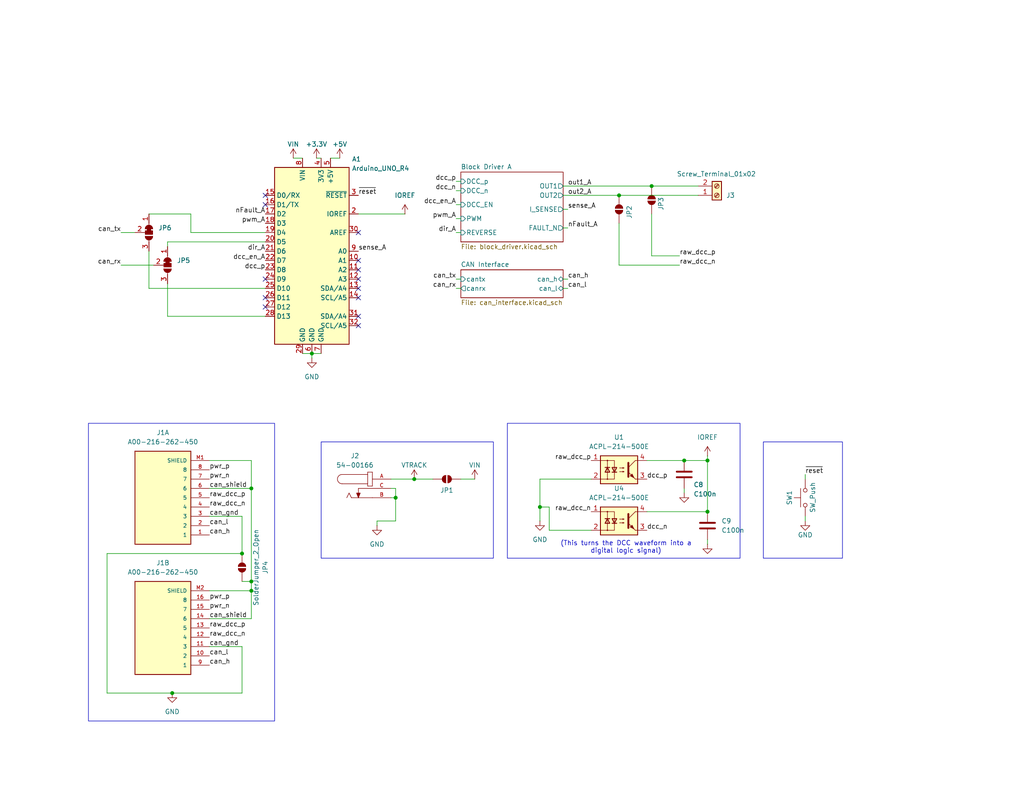
<source format=kicad_sch>
(kicad_sch (version 20231120) (generator "eeschema") (generator_version "8.0")
  (paper "USLetter")
  (title_block (title "Arduino Uno R4 LCC Shield") (date "2024-04-28") (rev "1.0") (company "TMRC") (comment 1 "Noah Paladino"))
  (lib_symbols
    (symbol "54-00166:54-00166" (pin_names (offset 1.016))
      (property "Reference" "J" (at -7.62 5.08 0))
      (property "Value" "54-00166" (at -7.62 -5.08 0))
      (symbol "54-00166_0_0"
        (arc (start -8.255 3.81) (mid -9.5194 2.54) (end -8.255 1.27) (stroke (width 0.1524)))
        (polyline (pts (xy -8.255 3.81) (xy -1.27 3.81)) (stroke (width 0.1524)))
        (polyline (pts (xy -6.35 -1.27) (xy -6.985 -2.54)) (stroke (width 0.1524)))
        (polyline (pts (xy -5.715 -2.54) (xy -6.35 -1.27)) (stroke (width 0.1524)))
        (polyline (pts (xy -3.81 0) (xy -3.81 -2.54)) (stroke (width 0.1524)))
        (polyline (pts (xy -1.27 0.635) (xy 0 0.635)) (stroke (width 0.1524)))
        (polyline (pts (xy -1.27 1.27) (xy -8.255 1.27)) (stroke (width 0.1524)))
        (polyline (pts (xy -1.27 1.27) (xy -1.27 0.635)) (stroke (width 0.1524)))
        (polyline (pts (xy -1.27 3.81) (xy -1.27 1.27)) (stroke (width 0.1524)))
        (polyline (pts (xy -1.27 4.445) (xy -1.27 3.81)) (stroke (width 0.1524)))
        (polyline (pts (xy 0 -2.54) (xy -5.715 -2.54)) (stroke (width 0.1524)))
        (polyline (pts (xy 0 0) (xy -3.81 0)) (stroke (width 0.1524)))
        (polyline (pts (xy 0 0.635) (xy 0 4.445)) (stroke (width 0.1524)))
        (polyline (pts (xy 0 4.445) (xy -1.27 4.445)) (stroke (width 0.1524)))
        (polyline (pts (xy -3.81 -2.54) (xy -4.318 -1.27) (xy -3.302 -1.27) (xy -3.81 -2.54)) (stroke (width 0.1524)) (fill (type outline)))
        (pin passive line (at 5.08 2.54 180) (length 5.08) (name "~") (number "A"))
        (pin passive line (at 5.08 -2.54 180) (length 5.08) (name "~") (number "B"))
        (pin passive line (at 5.08 0 180) (length 5.08) (name "~") (number "C"))
      )
    )
    (symbol "A00-216-262-450:A00-216-262-450" (pin_names (offset 1.016))
      (property "Reference" "J" (at -7.3764 13.481 0))
      (property "Value" "A00-216-262-450" (at -7.1139 -14.7359 0))
      (symbol "A00-216-262-450_1_0"
        (rectangle (start -7.62 -12.7) (end 7.62 12.7) (stroke (width 0.254)) (fill (type background)))
        (pin passive line (at -12.7 10.16 0) (length 5.08) (name "1") (number "1"))
        (pin passive line (at -12.7 7.62 0) (length 5.08) (name "2") (number "2"))
        (pin passive line (at -12.7 5.08 0) (length 5.08) (name "3") (number "3"))
        (pin passive line (at -12.7 2.54 0) (length 5.08) (name "4") (number "4"))
        (pin passive line (at -12.7 0 0) (length 5.08) (name "5") (number "5"))
        (pin passive line (at -12.7 -2.54 0) (length 5.08) (name "6") (number "6"))
        (pin passive line (at -12.7 -5.08 0) (length 5.08) (name "7") (number "7"))
        (pin passive line (at -12.7 -7.62 0) (length 5.08) (name "8") (number "8"))
        (pin passive line (at -12.7 -10.16 0) (length 5.08) (name "SHIELD") (number "M1"))
      )
      (symbol "A00-216-262-450_2_0"
        (rectangle (start -7.62 -12.7) (end 7.62 12.7) (stroke (width 0.254)) (fill (type background)))
        (pin passive line (at -12.7 7.62 0) (length 5.08) (name "2") (number "10"))
        (pin passive line (at -12.7 5.08 0) (length 5.08) (name "3") (number "11"))
        (pin passive line (at -12.7 2.54 0) (length 5.08) (name "4") (number "12"))
        (pin passive line (at -12.7 0 0) (length 5.08) (name "5") (number "13"))
        (pin passive line (at -12.7 -2.54 0) (length 5.08) (name "6") (number "14"))
        (pin passive line (at -12.7 -5.08 0) (length 5.08) (name "7") (number "15"))
        (pin passive line (at -12.7 -7.62 0) (length 5.08) (name "8") (number "16"))
        (pin passive line (at -12.7 10.16 0) (length 5.08) (name "1") (number "9"))
        (pin passive line (at -12.7 -10.16 0) (length 5.08) (name "SHIELD") (number "M2"))
      )
    )
    (symbol "Connector:Screw_Terminal_01x02" (pin_names (offset 1.016) hide)
      (property "Reference" "J" (at 0 2.54 0))
      (property "Value" "Screw_Terminal_01x02" (at 0 -5.08 0))
      (symbol "Screw_Terminal_01x02_1_1"
        (rectangle (start -1.27 1.27) (end 1.27 -3.81) (stroke (width 0.254)) (fill (type background)))
        (circle (center 0 -2.54) (radius 0.635) (stroke (width 0.1524)))
        (polyline (pts (xy -0.5334 -2.2098) (xy 0.3302 -3.048)) (stroke (width 0.1524)))
        (polyline (pts (xy -0.5334 0.3302) (xy 0.3302 -0.508)) (stroke (width 0.1524)))
        (polyline (pts (xy -0.3556 -2.032) (xy 0.508 -2.8702)) (stroke (width 0.1524)))
        (polyline (pts (xy -0.3556 0.508) (xy 0.508 -0.3302)) (stroke (width 0.1524)))
        (circle (center 0 0) (radius 0.635) (stroke (width 0.1524)))
        (pin passive line (at -5.08 0 0) (length 3.81) (name "Pin_1") (number "1"))
        (pin passive line (at -5.08 -2.54 0) (length 3.81) (name "Pin_2") (number "2"))
      )
    )
    (symbol "Device:C" (pin_numbers hide) (pin_names (offset 0.254))
      (property "Reference" "C" (at 0.635 2.54 0))
      (property "Value" "C" (at 0.635 -2.54 0))
      (symbol "C_0_1"
        (polyline (pts (xy -2.032 -0.762) (xy 2.032 -0.762)) (stroke (width 0.508)))
        (polyline (pts (xy -2.032 0.762) (xy 2.032 0.762)) (stroke (width 0.508)))
      )
      (symbol "C_1_1"
        (pin passive line (at 0 3.81 270) (length 2.794) (name "~") (number "1"))
        (pin passive line (at 0 -3.81 90) (length 2.794) (name "~") (number "2"))
      )
    )
    (symbol "Isolator:ACPL-214-500E" (pin_names (offset 1.016))
      (property "Reference" "U" (at -5.08 5.08 0))
      (property "Value" "ACPL-214-500E" (at 0 5.08 0))
      (symbol "ACPL-214-500E_0_1"
        (rectangle (start -5.08 3.81) (end 5.08 -3.81) (stroke (width 0.254)) (fill (type background)))
        (circle (center -3.175 -2.54) (radius 0.127))
        (circle (center -3.175 2.54) (radius 0.127))
        (polyline (pts (xy -3.81 0.635) (xy -2.54 0.635)) (stroke (width 0.254)))
        (polyline (pts (xy -3.175 -0.635) (xy -3.175 -2.54)))
        (polyline (pts (xy -3.175 -0.635) (xy -3.175 2.54)))
        (polyline (pts (xy -1.905 -0.635) (xy -0.635 -0.635)) (stroke (width 0.254)))
        (polyline (pts (xy 2.54 0.635) (xy 4.445 2.54)))
        (polyline (pts (xy 4.445 -2.54) (xy 2.54 -0.635)) (fill (type outline)))
        (polyline (pts (xy 4.445 -2.54) (xy 5.08 -2.54)))
        (polyline (pts (xy 4.445 2.54) (xy 5.08 2.54)))
        (polyline (pts (xy -5.08 2.54) (xy -1.27 2.54) (xy -1.27 -0.635)))
        (polyline (pts (xy -1.27 -0.635) (xy -1.27 -2.54) (xy -5.08 -2.54)))
        (polyline (pts (xy 2.54 1.905) (xy 2.54 -1.905) (xy 2.54 -1.905)) (stroke (width 0.508)))
        (polyline (pts (xy -3.175 0.635) (xy -3.81 -0.635) (xy -2.54 -0.635) (xy -3.175 0.635)) (stroke (width 0.254)))
        (polyline (pts (xy -1.27 -0.635) (xy -1.905 0.635) (xy -0.635 0.635) (xy -1.27 -0.635)) (stroke (width 0.254)))
        (polyline (pts (xy 0.127 -0.508) (xy 1.397 -0.508) (xy 1.016 -0.635) (xy 1.016 -0.381) (xy 1.397 -0.508)))
        (polyline (pts (xy 0.127 0.508) (xy 1.397 0.508) (xy 1.016 0.381) (xy 1.016 0.635) (xy 1.397 0.508)))
        (polyline (pts (xy 3.048 -1.651) (xy 3.556 -1.143) (xy 4.064 -2.159) (xy 3.048 -1.651) (xy 3.048 -1.651)) (fill (type outline)))
      )
      (symbol "ACPL-214-500E_1_1"
        (pin passive line (at -7.62 2.54 0) (length 2.54) (name "~") (number "1"))
        (pin passive line (at -7.62 -2.54 0) (length 2.54) (name "~") (number "2"))
        (pin passive line (at 7.62 -2.54 180) (length 2.54) (name "~") (number "3"))
        (pin passive line (at 7.62 2.54 180) (length 2.54) (name "~") (number "4"))
      )
    )
    (symbol "Jumper:SolderJumper_2_Open" (pin_numbers hide) (pin_names (offset 0) hide) (exclude_from_sim yes) (in_bom no)
      (property "Reference" "JP" (at 0 2.032 0))
      (property "Value" "SolderJumper_2_Open" (at 0 -2.54 0))
      (symbol "SolderJumper_2_Open_0_1"
        (arc (start -0.254 1.016) (mid -1.2656 0) (end -0.254 -1.016))
        (arc (start -0.254 1.016) (mid -1.2656 0) (end -0.254 -1.016) (fill (type outline)))
        (polyline (pts (xy -0.254 1.016) (xy -0.254 -1.016)))
        (polyline (pts (xy 0.254 1.016) (xy 0.254 -1.016)))
        (arc (start 0.254 -1.016) (mid 1.2656 0) (end 0.254 1.016))
        (arc (start 0.254 -1.016) (mid 1.2656 0) (end 0.254 1.016) (fill (type outline)))
      )
      (symbol "SolderJumper_2_Open_1_1"
        (pin passive line (at -3.81 0 0) (length 2.54) (name "A") (number "1"))
        (pin passive line (at 3.81 0 180) (length 2.54) (name "B") (number "2"))
      )
    )
    (symbol "Jumper:SolderJumper_3_Bridged12" (pin_names (offset 0) hide) (exclude_from_sim yes) (in_bom no)
      (property "Reference" "JP" (at -2.54 -2.54 0))
      (property "Value" "SolderJumper_3_Bridged12" (at 0 2.794 0))
      (symbol "SolderJumper_3_Bridged12_0_1"
        (rectangle (start -1.016 0.508) (end -0.508 -0.508) (fill (type outline)))
        (arc (start -1.016 1.016) (mid -2.0276 0) (end -1.016 -1.016))
        (arc (start -1.016 1.016) (mid -2.0276 0) (end -1.016 -1.016) (fill (type outline)))
        (rectangle (start -0.508 1.016) (end 0.508 -1.016) (fill (type outline)))
        (polyline (pts (xy -2.54 0) (xy -2.032 0)))
        (polyline (pts (xy -1.016 1.016) (xy -1.016 -1.016)))
        (polyline (pts (xy 0 -1.27) (xy 0 -1.016)))
        (polyline (pts (xy 1.016 1.016) (xy 1.016 -1.016)))
        (polyline (pts (xy 2.54 0) (xy 2.032 0)))
        (arc (start 1.016 -1.016) (mid 2.0276 0) (end 1.016 1.016))
        (arc (start 1.016 -1.016) (mid 2.0276 0) (end 1.016 1.016) (fill (type outline)))
      )
      (symbol "SolderJumper_3_Bridged12_1_1"
        (pin passive line (at -5.08 0 0) (length 2.54) (name "A") (number "1"))
        (pin passive line (at 0 -3.81 90) (length 2.54) (name "C") (number "2"))
        (pin passive line (at 5.08 0 180) (length 2.54) (name "B") (number "3"))
      )
    )
    (symbol "MCU_Module:Arduino_UNO_R3"
      (property "Reference" "A" (at -10.16 23.495 0))
      (property "Value" "Arduino_UNO_R3" (at 5.08 -26.67 0))
      (symbol "Arduino_UNO_R3_0_1"
        (rectangle (start -10.16 22.86) (end 10.16 -25.4) (stroke (width 0.254)) (fill (type background)))
      )
      (symbol "Arduino_UNO_R3_1_1"
        (pin no_connect line (at -10.16 -20.32 0) (length 2.54) hide (name "NC") (number "1"))
        (pin bidirectional line (at 12.7 -2.54 180) (length 2.54) (name "A1") (number "10"))
        (pin bidirectional line (at 12.7 -5.08 180) (length 2.54) (name "A2") (number "11"))
        (pin bidirectional line (at 12.7 -7.62 180) (length 2.54) (name "A3") (number "12"))
        (pin bidirectional line (at 12.7 -10.16 180) (length 2.54) (name "SDA/A4") (number "13"))
        (pin bidirectional line (at 12.7 -12.7 180) (length 2.54) (name "SCL/A5") (number "14"))
        (pin bidirectional line (at -12.7 15.24 0) (length 2.54) (name "D0/RX") (number "15"))
        (pin bidirectional line (at -12.7 12.7 0) (length 2.54) (name "D1/TX") (number "16"))
        (pin bidirectional line (at -12.7 10.16 0) (length 2.54) (name "D2") (number "17"))
        (pin bidirectional line (at -12.7 7.62 0) (length 2.54) (name "D3") (number "18"))
        (pin bidirectional line (at -12.7 5.08 0) (length 2.54) (name "D4") (number "19"))
        (pin output line (at 12.7 10.16 180) (length 2.54) (name "IOREF") (number "2"))
        (pin bidirectional line (at -12.7 2.54 0) (length 2.54) (name "D5") (number "20"))
        (pin bidirectional line (at -12.7 0 0) (length 2.54) (name "D6") (number "21"))
        (pin bidirectional line (at -12.7 -2.54 0) (length 2.54) (name "D7") (number "22"))
        (pin bidirectional line (at -12.7 -5.08 0) (length 2.54) (name "D8") (number "23"))
        (pin bidirectional line (at -12.7 -7.62 0) (length 2.54) (name "D9") (number "24"))
        (pin bidirectional line (at -12.7 -10.16 0) (length 2.54) (name "D10") (number "25"))
        (pin bidirectional line (at -12.7 -12.7 0) (length 2.54) (name "D11") (number "26"))
        (pin bidirectional line (at -12.7 -15.24 0) (length 2.54) (name "D12") (number "27"))
        (pin bidirectional line (at -12.7 -17.78 0) (length 2.54) (name "D13") (number "28"))
        (pin power_in line (at -2.54 -27.94 90) (length 2.54) (name "GND") (number "29"))
        (pin input line (at 12.7 15.24 180) (length 2.54) (name "~{RESET}") (number "3"))
        (pin input line (at 12.7 5.08 180) (length 2.54) (name "AREF") (number "30"))
        (pin bidirectional line (at 12.7 -17.78 180) (length 2.54) (name "SDA/A4") (number "31"))
        (pin bidirectional line (at 12.7 -20.32 180) (length 2.54) (name "SCL/A5") (number "32"))
        (pin power_out line (at 2.54 25.4 270) (length 2.54) (name "3V3") (number "4"))
        (pin power_out line (at 5.08 25.4 270) (length 2.54) (name "+5V") (number "5"))
        (pin power_in line (at 0 -27.94 90) (length 2.54) (name "GND") (number "6"))
        (pin power_in line (at 2.54 -27.94 90) (length 2.54) (name "GND") (number "7"))
        (pin power_in line (at -2.54 25.4 270) (length 2.54) (name "VIN") (number "8"))
        (pin bidirectional line (at 12.7 0 180) (length 2.54) (name "A0") (number "9"))
      )
    )
    (symbol "Switch:SW_Push" (pin_numbers hide) (pin_names (offset 1.016) hide)
      (property "Reference" "SW" (at 1.27 2.54 0))
      (property "Value" "SW_Push" (at 0 -1.524 0))
      (symbol "SW_Push_0_1"
        (circle (center -2.032 0) (radius 0.508))
        (polyline (pts (xy 0 1.27) (xy 0 3.048)))
        (polyline (pts (xy 2.54 1.27) (xy -2.54 1.27)))
        (circle (center 2.032 0) (radius 0.508))
        (pin passive line (at -5.08 0 0) (length 2.54) (name "1") (number "1"))
        (pin passive line (at 5.08 0 180) (length 2.54) (name "2") (number "2"))
      )
    )
    (symbol "power:+3.3V" (power) (pin_numbers hide) (pin_names (offset 0) hide)
      (property "Value" "+3.3V" (at 0 3.556 0))
      (symbol "+3.3V_0_1"
        (polyline (pts (xy -0.762 1.27) (xy 0 2.54)))
        (polyline (pts (xy 0 0) (xy 0 2.54)))
        (polyline (pts (xy 0 2.54) (xy 0.762 1.27)))
      )
      (symbol "+3.3V_1_1"
        (pin power_in line (at 0 0 90) (length 0) (name "~") (number "1"))
      )
    )
    (symbol "power:+5V" (power) (pin_numbers hide) (pin_names (offset 0) hide)
      (property "Value" "+5V" (at 0 3.556 0))
      (symbol "+5V_0_1"
        (polyline (pts (xy -0.762 1.27) (xy 0 2.54)))
        (polyline (pts (xy 0 0) (xy 0 2.54)))
        (polyline (pts (xy 0 2.54) (xy 0.762 1.27)))
      )
      (symbol "+5V_1_1"
        (pin power_in line (at 0 0 90) (length 0) (name "~") (number "1"))
      )
    )
    (symbol "power:GND" (power) (pin_numbers hide) (pin_names (offset 0) hide)
      (property "Value" "GND" (at 0 -3.81 0))
      (symbol "GND_0_1"
        (polyline (pts (xy 0 0) (xy 0 -1.27) (xy 1.27 -1.27) (xy 0 -2.54) (xy -1.27 -1.27) (xy 0 -1.27)))
      )
      (symbol "GND_1_1"
        (pin power_in line (at 0 0 270) (length 0) (name "~") (number "1"))
      )
    )
  )
  (junction (at 85.09 96.52))
  (junction (at 193.04 139.7))
  (junction (at 68.58 158.75))
  (junction (at 147.32 138.43))
  (junction (at 68.58 133.35))
  (junction (at 193.04 125.73))
  (junction (at 113.03 130.81))
  (junction (at 186.69 125.73))
  (junction (at 68.58 161.29))
  (junction (at 177.8 50.8))
  (junction (at 168.91 53.34))
  (junction (at 66.04 151.13))
  (junction (at 46.99 189.23))
  (junction (at 107.95 135.89))
  (no_connect (at 97.79 63.5))
  (no_connect (at 97.79 81.28))
  (no_connect (at 97.79 78.74))
  (no_connect (at 72.39 55.88))
  (no_connect (at 72.39 76.2))
  (no_connect (at 97.79 71.12))
  (no_connect (at 72.39 83.82))
  (no_connect (at 72.39 53.34))
  (no_connect (at 97.79 76.2))
  (no_connect (at 97.79 73.66))
  (no_connect (at 97.79 88.9))
  (no_connect (at 97.79 86.36))
  (no_connect (at 72.39 81.28))
  (wire (pts (xy 124.46 49.53) (xy 125.73 49.53)))
  (wire (pts (xy 219.71 129.54) (xy 219.71 130.81)))
  (wire (pts (xy 106.68 130.81) (xy 113.03 130.81)))
  (wire (pts (xy 177.8 69.85) (xy 185.42 69.85)))
  (wire (pts (xy 124.46 55.88) (xy 125.73 55.88)))
  (wire (pts (xy 97.79 58.42) (xy 110.49 58.42)))
  (wire (pts (xy 68.58 158.75) (xy 68.58 161.29)))
  (wire (pts (xy 193.04 125.73) (xy 193.04 124.46)))
  (wire (pts (xy 92.71 43.18) (xy 90.17 43.18)))
  (wire (pts (xy 68.58 125.73) (xy 57.15 125.73)))
  (wire (pts (xy 45.72 77.47) (xy 45.72 86.36)))
  (wire (pts (xy 68.58 133.35) (xy 68.58 125.73)))
  (wire (pts (xy 107.95 133.35) (xy 107.95 135.89)))
  (wire (pts (xy 29.21 189.23) (xy 46.99 189.23)))
  (wire (pts (xy 177.8 50.8) (xy 190.5 50.8)))
  (wire (pts (xy 193.04 139.7) (xy 193.04 125.73)))
  (wire (pts (xy 161.29 144.78) (xy 149.86 144.78)))
  (wire (pts (xy 85.09 97.79) (xy 85.09 96.52)))
  (wire (pts (xy 124.46 59.69) (xy 125.73 59.69)))
  (wire (pts (xy 153.67 50.8) (xy 177.8 50.8)))
  (wire (pts (xy 52.07 63.5) (xy 72.39 63.5)))
  (wire (pts (xy 153.67 57.15) (xy 154.94 57.15)))
  (wire (pts (xy 176.53 125.73) (xy 186.69 125.73)))
  (wire (pts (xy 124.46 76.2) (xy 125.73 76.2)))
  (wire (pts (xy 177.8 58.42) (xy 177.8 69.85)))
  (wire (pts (xy 66.04 140.97) (xy 66.04 151.13)))
  (wire (pts (xy 149.86 144.78) (xy 149.86 138.43)))
  (wire (pts (xy 124.46 78.74) (xy 125.73 78.74)))
  (wire (pts (xy 102.87 143.51) (xy 102.87 142.24)))
  (wire (pts (xy 124.46 63.5) (xy 125.73 63.5)))
  (wire (pts (xy 57.15 133.35) (xy 68.58 133.35)))
  (wire (pts (xy 45.72 66.04) (xy 45.72 67.31)))
  (wire (pts (xy 82.55 43.18) (xy 80.01 43.18)))
  (wire (pts (xy 52.07 58.42) (xy 52.07 63.5)))
  (wire (pts (xy 147.32 130.81) (xy 147.32 138.43)))
  (wire (pts (xy 106.68 133.35) (xy 107.95 133.35)))
  (wire (pts (xy 186.69 125.73) (xy 193.04 125.73)))
  (wire (pts (xy 57.15 140.97) (xy 66.04 140.97)))
  (wire (pts (xy 66.04 158.75) (xy 68.58 158.75)))
  (wire (pts (xy 66.04 189.23) (xy 66.04 176.53)))
  (wire (pts (xy 219.71 140.97) (xy 219.71 142.24)))
  (wire (pts (xy 193.04 147.32) (xy 193.04 148.59)))
  (wire (pts (xy 40.64 78.74) (xy 72.39 78.74)))
  (wire (pts (xy 149.86 138.43) (xy 147.32 138.43)))
  (wire (pts (xy 153.67 76.2) (xy 154.94 76.2)))
  (wire (pts (xy 107.95 135.89) (xy 106.68 135.89)))
  (wire (pts (xy 153.67 62.23) (xy 154.94 62.23)))
  (wire (pts (xy 107.95 135.89) (xy 107.95 142.24)))
  (wire (pts (xy 33.02 72.39) (xy 41.91 72.39)))
  (wire (pts (xy 33.02 63.5) (xy 36.83 63.5)))
  (wire (pts (xy 45.72 66.04) (xy 72.39 66.04)))
  (wire (pts (xy 66.04 176.53) (xy 57.15 176.53)))
  (wire (pts (xy 125.73 130.81) (xy 129.54 130.81)))
  (wire (pts (xy 107.95 142.24) (xy 102.87 142.24)))
  (wire (pts (xy 29.21 151.13) (xy 29.21 189.23)))
  (wire (pts (xy 86.36 43.18) (xy 87.63 43.18)))
  (wire (pts (xy 186.69 133.35) (xy 186.69 134.62)))
  (wire (pts (xy 176.53 139.7) (xy 193.04 139.7)))
  (wire (pts (xy 57.15 168.91) (xy 68.58 168.91)))
  (wire (pts (xy 40.64 68.58) (xy 40.64 78.74)))
  (wire (pts (xy 46.99 189.23) (xy 66.04 189.23)))
  (wire (pts (xy 124.46 52.07) (xy 125.73 52.07)))
  (wire (pts (xy 29.21 151.13) (xy 66.04 151.13)))
  (wire (pts (xy 168.91 53.34) (xy 190.5 53.34)))
  (wire (pts (xy 45.72 86.36) (xy 72.39 86.36)))
  (wire (pts (xy 68.58 133.35) (xy 68.58 158.75)))
  (wire (pts (xy 153.67 53.34) (xy 168.91 53.34)))
  (wire (pts (xy 147.32 130.81) (xy 161.29 130.81)))
  (wire (pts (xy 85.09 96.52) (xy 87.63 96.52)))
  (wire (pts (xy 168.91 60.96) (xy 168.91 72.39)))
  (wire (pts (xy 57.15 161.29) (xy 68.58 161.29)))
  (wire (pts (xy 113.03 130.81) (xy 118.11 130.81)))
  (wire (pts (xy 82.55 96.52) (xy 85.09 96.52)))
  (wire (pts (xy 147.32 138.43) (xy 147.32 142.24)))
  (wire (pts (xy 40.64 58.42) (xy 52.07 58.42)))
  (wire (pts (xy 153.67 78.74) (xy 154.94 78.74)))
  (wire (pts (xy 68.58 161.29) (xy 68.58 168.91)))
  (wire (pts (xy 168.91 72.39) (xy 185.42 72.39)))
  (rectangle (start 24.13 115.57) (end 74.93 196.85))
  (rectangle (start 87.63 120.65) (end 134.62 152.4))
  (rectangle (start 138.43 115.57) (end 201.93 152.4))
  (rectangle (start 208.28 120.65) (end 229.87 152.4))
  (text_box "(This turns the DCC waveform into a digital logic signal)" (at 151.13 146.05 0) (size 39.37 6.35) (stroke (width -0.0001)) (effects (font (size 1.27 1.27))))
  (label "raw_dcc_n" (at 161.29 139.7 180))
  (label "can_rx" (at 33.02 72.39 180))
  (label "sense_A" (at 97.79 68.58 0))
  (label "raw_dcc_n" (at 57.15 138.43 0))
  (label "out2_A" (at 154.94 53.34 0))
  (label "raw_dcc_p" (at 57.15 135.89 0))
  (label "dir_A" (at 72.39 68.58 180))
  (label "~{reset}" (at 97.79 53.34 0))
  (label "pwr_n" (at 57.15 130.81 0))
  (label "raw_dcc_p" (at 185.42 69.85 0))
  (label "dcc_p" (at 124.46 49.53 180))
  (label "pwr_p" (at 57.15 128.27 0))
  (label "pwm_A" (at 72.39 60.96 180))
  (label "raw_dcc_n" (at 185.42 72.39 0))
  (label "nFault_A" (at 72.39 58.42 180))
  (label "can_tx" (at 33.02 63.5 180))
  (label "sense_A" (at 154.94 57.15 0))
  (label "dcc_en_A" (at 72.39 71.12 180))
  (label "can_l" (at 57.15 143.51 0))
  (label "can_gnd" (at 57.15 140.97 0))
  (label "raw_dcc_p" (at 57.15 171.45 0))
  (label "pwr_n" (at 57.15 166.37 0))
  (label "out1_A" (at 154.94 50.8 0))
  (label "can_h" (at 57.15 181.61 0))
  (label "dcc_p" (at 176.53 130.81 0))
  (label "can_h" (at 57.15 146.05 0))
  (label "can_shield" (at 57.15 168.91 0))
  (label "can_l" (at 57.15 179.07 0))
  (label "dcc_en_A" (at 124.46 55.88 180))
  (label "can_l" (at 154.94 78.74 0))
  (label "can_shield" (at 57.15 133.35 0))
  (label "nFault_A" (at 154.94 62.23 0))
  (label "~{reset}" (at 219.71 129.54 0))
  (label "pwm_A" (at 124.46 59.69 180))
  (label "can_rx" (at 124.46 78.74 180))
  (label "can_h" (at 154.94 76.2 0))
  (label "dcc_n" (at 124.46 52.07 180))
  (label "dcc_p" (at 72.39 73.66 180))
  (label "raw_dcc_p" (at 161.29 125.73 180))
  (label "dir_A" (at 124.46 63.5 180))
  (label "pwr_p" (at 57.15 163.83 0))
  (label "can_tx" (at 124.46 76.2 180))
  (label "can_gnd" (at 57.15 176.53 0))
  (label "raw_dcc_n" (at 57.15 173.99 0))
  (label "dcc_n" (at 176.53 144.78 0))
  (symbol (lib_id "54-00166:54-00166") (at 101.6 133.35 0) (unit 1)
    (property "Reference" "J2" (at 96.8403 124.46 0))
    (property "Value" "54-00166" (at 96.8403 127 0))
    (property "Footprint" "54-00166:TENSILITY_54-00166" (effects (hide yes)))
    (property "PARTREV" "A" (effects (hide yes)))
    (property "STANDARD" "Manufacturer Recommendations" (effects (hide yes)))
    (property "SNAPEDA_PN" "54-00166" (effects (hide yes)))
    (property "MAXIMUM_PACKAGE_HEIGHT" "11.2mm" (effects (hide yes)))
    (property "MANUFACTURER" "TENSILITY" (effects (hide yes)))
  )
  (symbol (lib_id "Device:C") (at 186.69 129.54 0) (unit 1)
    (property "Reference" "C8" (at 189.23 132.334 0) (effects (justify left)))
    (property "Value" "C100n" (at 189.23 134.874 0) (effects (justify left)))
    (property "Footprint" "Capacitor_SMD:C_0402_1005Metric_Pad0.74x0.62mm_HandSolder" (effects (hide yes)))
    (property "Description" "Unpolarized capacitor" (effects (hide yes)))
  )
  (symbol (lib_id "A00-216-262-450:A00-216-262-450") (at 44.45 171.45 180) (unit 2)
    (property "Reference" "J1" (at 44.45 153.67 0))
    (property "Value" "A00-216-262-450" (at 44.45 156.21 0))
    (property "Footprint" "A00_216_262_450:EDAC_A00-216-262-450" (effects (hide yes)))
    (property "MANUFACTURER" "EDAC" (effects (hide yes)))
  )
  (symbol (lib_id "Jumper:SolderJumper_2_Open") (at 121.92 130.81 0) (mirror x) (unit 1) (exclude_from_sim yes) (in_bom no)
    (property "Reference" "JP1" (at 121.92 133.858 0))
    (property "Value" "SolderJumper_2_Open" (effects (hide yes)))
    (property "Footprint" "Jumper:SolderJumper-2_P1.3mm_Open_RoundedPad1.0x1.5mm" (effects (hide yes)))
    (property "Description" "Solder Jumper, 2-pole, open" (effects (hide yes)))
  )
  (symbol (lib_id "power:+3.3V") (at 129.54 130.81 0) (unit 1)
    (property "Reference" "#PWR09" (effects (hide yes)))
    (property "Value" "VIN" (at 129.54 127 0))
    (property "Description" "Power symbol creates a global label with name \"VIN\"" (effects (hide yes)))
  )
  (symbol (lib_id "power:GND") (at 46.99 189.23 0) (unit 1)
    (property "Reference" "#PWR04" (effects (hide yes)))
    (property "Value" "GND" (at 46.99 194.31 0))
    (property "Description" "Power symbol creates a global label with name \"GND\" , ground" (effects (hide yes)))
  )
  (symbol (lib_id "Jumper:SolderJumper_3_Bridged12") (at 45.72 72.39 270) (unit 1) (exclude_from_sim yes) (in_bom no)
    (property "Reference" "JP5" (at 48.26 71.1199 90) (effects (justify left)))
    (property "Value" "SolderJumper_3_Bridged12" (effects (hide yes)))
    (property "Footprint" "Jumper:SolderJumper-3_P1.3mm_Bridged12_RoundedPad1.0x1.5mm" (effects (hide yes)))
    (property "Description" "3-pole Solder Jumper, pins 1+2 closed/bridged" (effects (hide yes)))
  )
  (symbol (lib_id "Isolator:ACPL-214-500E") (at 168.91 128.27 0) (unit 1)
    (property "Reference" "U1" (at 168.91 119.38 0))
    (property "Value" "ACPL-214-500E" (at 168.91 121.92 0))
    (property "Footprint" "Package_SO:SOP-4_4.4x2.6mm_P1.27mm" (effects (hide yes)))
    (property "Datasheet" "https://docs.broadcom.com/doc/AV02-0469EN" (effects (hide yes)))
    (property "Description" "AC/DC Phototransistor Optocoupler, Vce 80V, CTR 20-400%, SOP-4" (effects (hide yes)))
  )
  (symbol (lib_id "power:GND") (at 85.09 97.79 0) (unit 1)
    (property "Reference" "#PWR02" (effects (hide yes)))
    (property "Value" "GND" (at 85.09 102.87 0))
    (property "Description" "Power symbol creates a global label with name \"GND\" , ground" (effects (hide yes)))
  )
  (symbol (lib_id "Jumper:SolderJumper_3_Bridged12") (at 40.64 63.5 270) (unit 1) (exclude_from_sim yes) (in_bom no)
    (property "Reference" "JP6" (at 43.18 62.2299 90) (effects (justify left)))
    (property "Value" "SolderJumper_3_Bridged12" (effects (hide yes)))
    (property "Footprint" "Jumper:SolderJumper-3_P1.3mm_Bridged12_RoundedPad1.0x1.5mm" (effects (hide yes)))
    (property "Description" "3-pole Solder Jumper, pins 1+2 closed/bridged" (effects (hide yes)))
  )
  (symbol (lib_id "power:GND") (at 147.32 142.24 0) (unit 1)
    (property "Reference" "#PWR010" (effects (hide yes)))
    (property "Value" "GND" (at 147.32 147.32 0))
    (property "Description" "Power symbol creates a global label with name \"GND\" , ground" (effects (hide yes)))
  )
  (symbol (lib_id "MCU_Module:Arduino_UNO_R3") (at 85.09 68.58 0) (unit 1)
    (property "Reference" "A1" (at 96.012 43.434 0) (effects (justify left)))
    (property "Value" "Arduino_UNO_R4" (at 96.012 45.974 0) (effects (justify left)))
    (property "Footprint" "Uno_Shield:Uno_Shield" (effects (hide yes)))
    (property "Datasheet" "https://www.arduino.cc/en/Main/arduinoBoardUno" (effects (hide yes)))
    (property "Description" "Arduino UNO Microcontroller Module, release 3" (effects (hide yes)))
  )
  (symbol (lib_id "Connector:Screw_Terminal_01x02") (at 195.58 53.34 0) (mirror x) (unit 1)
    (property "Reference" "J3" (at 198.12 53.3401 0) (effects (justify left)))
    (property "Value" "Screw_Terminal_01x02" (at 184.658 47.498 0) (effects (justify left)))
    (property "Footprint" "TerminalBlock_Phoenix:TerminalBlock_Phoenix_MKDS-1,5-2_1x02_P5.00mm_Horizontal" (effects (hide yes)))
    (property "Description" "Generic screw terminal, single row, 01x02, script generated (kicad-library-utils/schlib/autogen/connector/)" (effects (hide yes)))
  )
  (symbol (lib_id "power:+3.3V") (at 80.01 43.18 0) (unit 1)
    (property "Reference" "#PWR01" (effects (hide yes)))
    (property "Value" "VIN" (at 80.01 39.37 0))
    (property "Description" "Power symbol creates a global label with name \"VIN\"" (effects (hide yes)))
  )
  (symbol (lib_id "power:GND") (at 102.87 143.51 0) (unit 1)
    (property "Reference" "#PWR07" (effects (hide yes)))
    (property "Value" "GND" (at 102.87 148.59 0))
    (property "Description" "Power symbol creates a global label with name \"GND\" , ground" (effects (hide yes)))
  )
  (symbol (lib_id "Jumper:SolderJumper_2_Open") (at 66.04 154.94 270) (mirror x) (unit 1) (exclude_from_sim yes) (in_bom no)
    (property "Reference" "JP4" (at 72.39 154.94 0))
    (property "Value" "SolderJumper_2_Open" (at 69.85 154.94 0))
    (property "Footprint" "Jumper:SolderJumper-2_P1.3mm_Open_RoundedPad1.0x1.5mm" (effects (hide yes)))
    (property "Description" "Solder Jumper, 2-pole, open" (effects (hide yes)))
  )
  (symbol (lib_id "Isolator:ACPL-214-500E") (at 168.91 142.24 0) (unit 1)
    (property "Reference" "U4" (at 168.91 133.35 0))
    (property "Value" "ACPL-214-500E" (at 168.91 135.89 0))
    (property "Footprint" "Package_SO:SOP-4_4.4x2.6mm_P1.27mm" (effects (hide yes)))
    (property "Datasheet" "https://docs.broadcom.com/doc/AV02-0469EN" (effects (hide yes)))
    (property "Description" "AC/DC Phototransistor Optocoupler, Vce 80V, CTR 20-400%, SOP-4" (effects (hide yes)))
  )
  (symbol (lib_id "power:+3.3V") (at 193.04 124.46 0) (unit 1)
    (property "Reference" "#PWR026" (effects (hide yes)))
    (property "Value" "IOREF" (at 193.04 119.38 0))
    (property "Description" "Power symbol creates a global label with name \"+3.3V\"" (effects (hide yes)))
  )
  (symbol (lib_id "power:+5V") (at 92.71 43.18 0) (unit 1)
    (property "Reference" "#PWR05" (effects (hide yes)))
    (property "Value" "+5V" (at 92.71 39.37 0))
    (property "Description" "Power symbol creates a global label with name \"+5V\"" (effects (hide yes)))
  )
  (symbol (lib_id "Device:C") (at 193.04 143.51 0) (unit 1)
    (property "Reference" "C9" (at 196.85 142.2399 0) (effects (justify left)))
    (property "Value" "C100n" (at 196.85 144.7799 0) (effects (justify left)))
    (property "Footprint" "Capacitor_SMD:C_0402_1005Metric_Pad0.74x0.62mm_HandSolder" (effects (hide yes)))
    (property "Description" "Unpolarized capacitor" (effects (hide yes)))
  )
  (symbol (lib_id "power:GND") (at 193.04 148.59 0) (unit 1)
    (property "Reference" "#PWR027" (effects (hide yes)))
    (property "Value" "GND" (effects (hide yes)))
    (property "Description" "Power symbol creates a global label with name \"GND\" , ground" (effects (hide yes)))
  )
  (symbol (lib_id "power:GND") (at 219.71 142.24 0) (unit 1)
    (property "Reference" "#PWR012" (effects (hide yes)))
    (property "Value" "GND" (at 219.71 146.05 0))
    (property "Description" "Power symbol creates a global label with name \"GND\" , ground" (effects (hide yes)))
  )
  (symbol (lib_id "Jumper:SolderJumper_2_Open") (at 177.8 54.61 270) (mirror x) (unit 1) (exclude_from_sim yes) (in_bom no)
    (property "Reference" "JP3" (at 180.34 55.626 0))
    (property "Value" "SolderJumper_2_Open" (effects (hide yes)))
    (property "Footprint" "Jumper:SolderJumper-2_P1.3mm_Open_RoundedPad1.0x1.5mm" (effects (hide yes)))
    (property "Description" "Solder Jumper, 2-pole, open" (effects (hide yes)))
  )
  (symbol (lib_id "Switch:SW_Push") (at 219.71 135.89 90) (unit 1)
    (property "Reference" "SW1" (at 215.392 133.858 0) (effects (justify right)))
    (property "Value" "SW_Push" (at 221.742 131.572 0) (effects (justify right)))
    (property "Footprint" "Button_Switch_THT:SW_PUSH_6mm_H4.3mm" (effects (hide yes)))
    (property "Description" "Push button switch, generic, two pins" (effects (hide yes)))
  )
  (symbol (lib_id "power:GND") (at 186.69 134.62 0) (unit 1)
    (property "Reference" "#PWR011" (effects (hide yes)))
    (property "Value" "GND" (effects (hide yes)))
    (property "Description" "Power symbol creates a global label with name \"GND\" , ground" (effects (hide yes)))
  )
  (symbol (lib_id "Jumper:SolderJumper_2_Open") (at 168.91 57.15 270) (mirror x) (unit 1) (exclude_from_sim yes) (in_bom no)
    (property "Reference" "JP2" (at 171.704 57.912 0))
    (property "Value" "SolderJumper_2_Open" (effects (hide yes)))
    (property "Footprint" "Jumper:SolderJumper-2_P1.3mm_Open_RoundedPad1.0x1.5mm" (effects (hide yes)))
    (property "Description" "Solder Jumper, 2-pole, open" (effects (hide yes)))
  )
  (symbol (lib_id "power:+3.3V") (at 113.03 130.81 0) (unit 1)
    (property "Reference" "#PWR08" (effects (hide yes)))
    (property "Value" "VTRACK" (at 113.03 127 0))
    (property "Description" "Power symbol creates a global label with name \"VIN\"" (effects (hide yes)))
  )
  (symbol (lib_id "power:+5V") (at 110.49 58.42 0) (unit 1)
    (property "Reference" "#PWR06" (effects (hide yes)))
    (property "Value" "IOREF" (at 110.49 53.34 0))
    (property "Description" "Power symbol creates a global label with name \"+5V\"" (effects (hide yes)))
  )
  (symbol (lib_id "A00-216-262-450:A00-216-262-450") (at 44.45 135.89 180) (unit 1)
    (property "Reference" "J1" (at 44.45 118.11 0))
    (property "Value" "A00-216-262-450" (at 44.45 120.65 0))
    (property "Footprint" "A00_216_262_450:EDAC_A00-216-262-450" (effects (hide yes)))
    (property "MANUFACTURER" "EDAC" (effects (hide yes)))
  )
  (symbol (lib_id "power:+3.3V") (at 86.36 43.18 0) (unit 1)
    (property "Reference" "#PWR03" (effects (hide yes)))
    (property "Value" "+3.3V" (at 86.36 39.37 0))
    (property "Description" "Power symbol creates a global label with name \"+3.3V\"" (effects (hide yes)))
  )
  (sheet (at 125.73 46.99) (size 27.94 19.05) (stroke (width 0.1524))
    (property "Sheetname" "Block Driver A" (at 125.73 46.2784 0) (effects (justify left bottom)))
    (property "Sheetfile" "block_driver.kicad_sch" (at 125.73 66.6246 0) (effects (justify left top)))
    (pin "OUT1" output (at 153.67 50.8 0))
    (pin "OUT2" output (at 153.67 53.34 0))
    (pin "DCC_p" input (at 125.73 49.53 180))
    (pin "REVERSE" input (at 125.73 63.5 180))
    (pin "DCC_EN" input (at 125.73 55.88 180))
    (pin "PWM" input (at 125.73 59.69 180))
    (pin "I_SENSE" output (at 153.67 57.15 0))
    (pin "DCC_n" input (at 125.73 52.07 180))
    (pin "FAULT_N" output (at 153.67 62.23 0))
  )
  (sheet (at 125.73 73.66) (size 27.94 7.62) (stroke (width 0.1524))
    (property "Sheetname" "CAN Interface" (at 125.73 72.9484 0) (effects (justify left bottom)))
    (property "Sheetfile" "can_interface.kicad_sch" (at 125.73 81.8646 0) (effects (justify left top)))
    (pin "can_l" bidirectional (at 153.67 78.74 0))
    (pin "can_h" bidirectional (at 153.67 76.2 0))
    (pin "cantx" input (at 125.73 76.2 180))
    (pin "canrx" output (at 125.73 78.74 180))
  )
)
</source>
